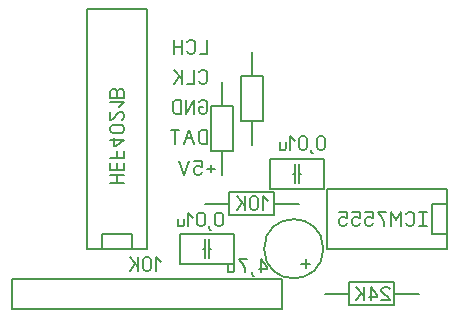
<source format=gbr>
%FSLAX34Y34*%
%MOMM*%
%LNSILK_BOTTOM*%
G71*
G01*
%ADD10C,0.150*%
%ADD11C,0.206*%
%ADD12C,0.144*%
%LPD*%
G54D10*
X457200Y241300D02*
X406400Y241300D01*
X406400Y444500D01*
X457200Y444500D01*
X457200Y241300D01*
G54D10*
X444500Y241300D02*
X419100Y241300D01*
X419100Y254000D01*
X444500Y254000D01*
X444500Y241300D01*
G54D11*
X426439Y296689D02*
X437995Y296689D01*
G54D11*
X426439Y303622D02*
X437995Y303622D01*
G54D11*
X432217Y296689D02*
X432217Y303622D01*
G54D11*
X426439Y313733D02*
X426439Y307666D01*
X437995Y307666D01*
X437995Y313733D01*
G54D11*
X432217Y307666D02*
X432217Y313733D01*
G54D11*
X426439Y317777D02*
X437995Y317777D01*
X437995Y323844D01*
G54D11*
X432217Y317777D02*
X432217Y323844D01*
G54D11*
X426439Y333088D02*
X437995Y333088D01*
X430773Y327888D01*
X429328Y327888D01*
X429328Y334821D01*
G54D11*
X435828Y345798D02*
X428606Y345798D01*
X427161Y344932D01*
X426439Y343198D01*
X426439Y341465D01*
X427161Y339732D01*
X428606Y338865D01*
X435828Y338865D01*
X437273Y339732D01*
X437995Y341465D01*
X437995Y343198D01*
X437273Y344932D01*
X435828Y345798D01*
G54D11*
X426439Y356775D02*
X426439Y349842D01*
X427161Y349842D01*
X428606Y350709D01*
X432939Y355909D01*
X434384Y356775D01*
X435828Y356775D01*
X437273Y355909D01*
X437995Y354175D01*
X437995Y352442D01*
X437273Y350709D01*
X435828Y349842D01*
G54D11*
X433661Y360819D02*
X437995Y365152D01*
X426439Y365152D01*
G54D11*
X426439Y369196D02*
X437995Y369196D01*
X437995Y373529D01*
X437273Y375263D01*
X435828Y376129D01*
X434384Y376129D01*
X432939Y375263D01*
X432217Y373529D01*
X431495Y375263D01*
X430050Y376129D01*
X428606Y376129D01*
X427161Y375263D01*
X426439Y373529D01*
X426439Y369196D01*
G54D11*
X432217Y369196D02*
X432217Y373529D01*
G54D10*
X711200Y292100D02*
X711200Y241300D01*
X609600Y241300D01*
X609600Y292100D01*
X711200Y292100D01*
G54D10*
X711200Y279400D02*
X711200Y254000D01*
X698500Y254000D01*
X698500Y279400D01*
X711200Y279400D01*
G54D11*
X694348Y260796D02*
X687415Y260796D01*
G54D11*
X690882Y260796D02*
X690882Y272351D01*
G54D11*
X694348Y272351D02*
X687415Y272351D01*
G54D11*
X676438Y262962D02*
X677305Y261518D01*
X679038Y260796D01*
X680771Y260796D01*
X682505Y261518D01*
X683371Y262962D01*
X683371Y270185D01*
X682505Y271629D01*
X680771Y272351D01*
X679038Y272351D01*
X677305Y271629D01*
X676438Y270185D01*
G54D11*
X672394Y260796D02*
X672394Y272351D01*
X668061Y265129D01*
X663728Y272351D01*
X663728Y260796D01*
G54D11*
X659683Y272351D02*
X652750Y272351D01*
X653617Y270907D01*
X655350Y268740D01*
X657083Y265851D01*
X657950Y263685D01*
X657950Y260796D01*
G54D11*
X641773Y272351D02*
X648706Y272351D01*
X648706Y267296D01*
X647840Y267296D01*
X646106Y268018D01*
X644373Y268018D01*
X642640Y267296D01*
X641773Y265851D01*
X641773Y262962D01*
X642640Y261518D01*
X644373Y260796D01*
X646106Y260796D01*
X647840Y261518D01*
X648706Y262962D01*
G54D11*
X630796Y272351D02*
X637729Y272351D01*
X637729Y267296D01*
X636863Y267296D01*
X635129Y268018D01*
X633396Y268018D01*
X631663Y267296D01*
X630796Y265851D01*
X630796Y262962D01*
X631663Y261518D01*
X633396Y260796D01*
X635129Y260796D01*
X636863Y261518D01*
X637729Y262962D01*
G54D11*
X619819Y272351D02*
X626752Y272351D01*
X626752Y267296D01*
X625886Y267296D01*
X624152Y268018D01*
X622419Y268018D01*
X620686Y267296D01*
X619819Y265851D01*
X619819Y262962D01*
X620686Y261518D01*
X622419Y260796D01*
X624152Y260796D01*
X625886Y261518D01*
X626752Y262962D01*
G54D10*
X571500Y190500D02*
X571500Y215900D01*
X342900Y215900D01*
X342900Y190500D01*
X571500Y190500D01*
G54D11*
X469206Y229545D02*
X464873Y233878D01*
X464873Y222322D01*
G54D11*
X453896Y231711D02*
X453896Y224489D01*
X454763Y223045D01*
X456496Y222322D01*
X458229Y222322D01*
X459963Y223045D01*
X460829Y224489D01*
X460829Y231711D01*
X459963Y233156D01*
X458229Y233878D01*
X456496Y233878D01*
X454763Y233156D01*
X453896Y231711D01*
G54D11*
X449852Y222322D02*
X449852Y233878D01*
G54D11*
X449852Y225934D02*
X442919Y233878D01*
G54D11*
X447252Y228100D02*
X442919Y222322D01*
G54D10*
X527100Y288900D02*
X527100Y269900D01*
X565100Y269900D01*
X565100Y288900D01*
X527100Y288900D01*
G54D10*
X527000Y279400D02*
X506400Y279400D01*
G54D10*
X585800Y279400D02*
X565200Y279400D01*
G54D11*
X559714Y281298D02*
X555381Y285631D01*
X555381Y274076D01*
G54D11*
X544404Y283465D02*
X544404Y276242D01*
X545270Y274798D01*
X547004Y274076D01*
X548737Y274076D01*
X550470Y274798D01*
X551337Y276242D01*
X551337Y283465D01*
X550470Y284909D01*
X548737Y285631D01*
X547004Y285631D01*
X545270Y284909D01*
X544404Y283465D01*
G54D11*
X540360Y274076D02*
X540360Y285631D01*
G54D11*
X540360Y277687D02*
X533427Y285631D01*
G54D11*
X537760Y279854D02*
X533427Y274076D01*
G54D10*
X628700Y212700D02*
X628700Y193700D01*
X666700Y193700D01*
X666700Y212700D01*
X628700Y212700D01*
G54D10*
X628600Y203200D02*
X608000Y203200D01*
G54D10*
X687400Y203200D02*
X666800Y203200D01*
G54D11*
X655893Y197354D02*
X662827Y197354D01*
X662827Y198076D01*
X661960Y199520D01*
X656760Y203854D01*
X655893Y205298D01*
X655893Y206743D01*
X656760Y208187D01*
X658493Y208909D01*
X660227Y208909D01*
X661960Y208187D01*
X662827Y206743D01*
G54D11*
X646650Y197354D02*
X646650Y208909D01*
X651850Y201687D01*
X651850Y200243D01*
X644916Y200243D01*
G54D11*
X640873Y197354D02*
X640873Y208909D01*
G54D11*
X640873Y200965D02*
X633939Y208909D01*
G54D11*
X638273Y203132D02*
X633939Y197354D01*
G54D10*
X595400Y228600D02*
X587800Y228600D01*
G54D10*
X591600Y232400D02*
X591600Y224800D01*
G54D10*
G75*
G01X606596Y241150D02*
G03X606596Y241150I-25050J0D01*
G01*
G54D11*
X553650Y221067D02*
X553650Y232622D01*
X558850Y225400D01*
X558850Y223956D01*
X551917Y223956D01*
G54D11*
X546140Y221067D02*
X546140Y219622D01*
X547006Y218178D01*
X547873Y218178D01*
G54D11*
X542096Y232622D02*
X535163Y232622D01*
X536029Y231178D01*
X537763Y229011D01*
X539496Y226122D01*
X540363Y223956D01*
X540363Y221067D01*
G54D11*
X525919Y227567D02*
X525919Y221067D01*
G54D11*
X525919Y222511D02*
X526786Y221356D01*
X528519Y221067D01*
X530252Y221356D01*
X531119Y222511D01*
X531119Y227567D01*
G54D11*
X515227Y308983D02*
X508294Y308983D01*
G54D11*
X511760Y311872D02*
X511760Y306094D01*
G54D11*
X497317Y315483D02*
X504250Y315483D01*
X504250Y310428D01*
X503383Y310428D01*
X501650Y311150D01*
X499917Y311150D01*
X498183Y310428D01*
X497317Y308983D01*
X497317Y306094D01*
X498183Y304650D01*
X499917Y303928D01*
X501650Y303928D01*
X503383Y304650D01*
X504250Y306094D01*
G54D11*
X493273Y315483D02*
X488940Y303928D01*
X484606Y315483D01*
G54D11*
X508000Y330200D02*
X508000Y341756D01*
X503667Y341756D01*
X501933Y341033D01*
X501067Y339589D01*
X501067Y332367D01*
X501933Y330922D01*
X503667Y330200D01*
X508000Y330200D01*
G54D11*
X497023Y330200D02*
X492690Y341756D01*
X488356Y330200D01*
G54D11*
X495290Y334533D02*
X490090Y334533D01*
G54D11*
X480845Y330200D02*
X480845Y341756D01*
G54D11*
X484312Y341756D02*
X477379Y341756D01*
G54D11*
X508000Y417956D02*
X508000Y406400D01*
X501933Y406400D01*
G54D11*
X490956Y408567D02*
X491822Y407122D01*
X493556Y406400D01*
X495289Y406400D01*
X497022Y407122D01*
X497889Y408567D01*
X497889Y415789D01*
X497022Y417233D01*
X495289Y417956D01*
X493556Y417956D01*
X491822Y417233D01*
X490956Y415789D01*
G54D11*
X486912Y406400D02*
X486912Y417956D01*
G54D11*
X479979Y406400D02*
X479979Y417956D01*
G54D11*
X486912Y412178D02*
X479979Y412178D01*
G54D11*
X501067Y383167D02*
X501933Y381722D01*
X503667Y381000D01*
X505400Y381000D01*
X507133Y381722D01*
X508000Y383167D01*
X508000Y390389D01*
X507133Y391833D01*
X505400Y392556D01*
X503667Y392556D01*
X501933Y391833D01*
X501067Y390389D01*
G54D11*
X497023Y392556D02*
X497023Y381000D01*
X490956Y381000D01*
G54D11*
X486912Y381000D02*
X486912Y392556D01*
G54D11*
X486912Y384611D02*
X479979Y392556D01*
G54D11*
X484312Y386778D02*
X479979Y381000D01*
G54D11*
X504533Y361378D02*
X501067Y361378D01*
X501067Y357767D01*
X501933Y356322D01*
X503667Y355600D01*
X505400Y355600D01*
X507133Y356322D01*
X508000Y357767D01*
X508000Y364989D01*
X507133Y366433D01*
X505400Y367156D01*
X503667Y367156D01*
X501933Y366433D01*
X501067Y364989D01*
G54D11*
X497023Y355600D02*
X497023Y367156D01*
X490090Y355600D01*
X490090Y367156D01*
G54D11*
X486046Y355600D02*
X486046Y367156D01*
X481713Y367156D01*
X479979Y366433D01*
X479113Y364989D01*
X479113Y357767D01*
X479979Y356322D01*
X481713Y355600D01*
X486046Y355600D01*
G54D10*
X511200Y323900D02*
X530200Y323900D01*
X530200Y361900D01*
X511200Y361900D01*
X511200Y323900D01*
G54D10*
X520700Y323800D02*
X520700Y303200D01*
G54D10*
X520700Y382600D02*
X520700Y362000D01*
G54D10*
X536600Y349300D02*
X555600Y349300D01*
X555600Y387300D01*
X536600Y387300D01*
X536600Y349300D01*
G54D10*
X546100Y349200D02*
X546100Y328600D01*
G54D10*
X546100Y408000D02*
X546100Y387400D01*
G54D10*
X607300Y317500D02*
X607300Y292100D01*
X561100Y292100D01*
X561100Y317500D01*
X607300Y317500D01*
G54D10*
X585800Y312800D02*
X585800Y296800D01*
G54D10*
X582600Y312800D02*
X582600Y296800D01*
G54D10*
X585800Y304800D02*
X587400Y304800D01*
G54D10*
X582600Y304800D02*
X581000Y304800D01*
G54D12*
X601117Y334139D02*
X601117Y326917D01*
X601983Y325472D01*
X603717Y324750D01*
X605450Y324750D01*
X607183Y325472D01*
X608050Y326917D01*
X608050Y334139D01*
X607183Y335583D01*
X605450Y336306D01*
X603717Y336306D01*
X601983Y335583D01*
X601117Y334139D01*
G54D12*
X596206Y324750D02*
X596206Y323306D01*
X597072Y321861D01*
X597939Y321861D01*
G54D12*
X586095Y334139D02*
X586095Y326917D01*
X586961Y325472D01*
X588695Y324750D01*
X590428Y324750D01*
X592161Y325472D01*
X593028Y326917D01*
X593028Y334139D01*
X592161Y335583D01*
X590428Y336306D01*
X588695Y336306D01*
X586961Y335583D01*
X586095Y334139D01*
G54D12*
X582917Y331972D02*
X578584Y336306D01*
X578584Y324750D01*
G54D12*
X570206Y331250D02*
X570206Y324750D01*
G54D12*
X570206Y326194D02*
X571073Y325039D01*
X572806Y324750D01*
X574539Y325039D01*
X575406Y326194D01*
X575406Y331250D01*
G54D10*
X531100Y254000D02*
X531100Y228600D01*
X484900Y228600D01*
X484900Y254000D01*
X531100Y254000D01*
G54D10*
X509600Y249300D02*
X509600Y233300D01*
G54D10*
X506400Y249300D02*
X506400Y233300D01*
G54D10*
X509600Y241300D02*
X511200Y241300D01*
G54D10*
X506400Y241300D02*
X504800Y241300D01*
G54D12*
X514661Y269589D02*
X514661Y262367D01*
X515527Y260922D01*
X517261Y260200D01*
X518994Y260200D01*
X520727Y260922D01*
X521594Y262367D01*
X521594Y269589D01*
X520727Y271033D01*
X518994Y271756D01*
X517261Y271756D01*
X515527Y271033D01*
X514661Y269589D01*
G54D12*
X509750Y260200D02*
X509750Y258756D01*
X510616Y257311D01*
X511483Y257311D01*
G54D12*
X499639Y269589D02*
X499639Y262367D01*
X500505Y260922D01*
X502239Y260200D01*
X503972Y260200D01*
X505705Y260922D01*
X506572Y262367D01*
X506572Y269589D01*
X505705Y271033D01*
X503972Y271756D01*
X502239Y271756D01*
X500505Y271033D01*
X499639Y269589D01*
G54D12*
X496461Y267422D02*
X492128Y271756D01*
X492128Y260200D01*
G54D12*
X483750Y266700D02*
X483750Y260200D01*
G54D12*
X483750Y261644D02*
X484617Y260489D01*
X486350Y260200D01*
X488083Y260489D01*
X488950Y261644D01*
X488950Y266700D01*
M02*

</source>
